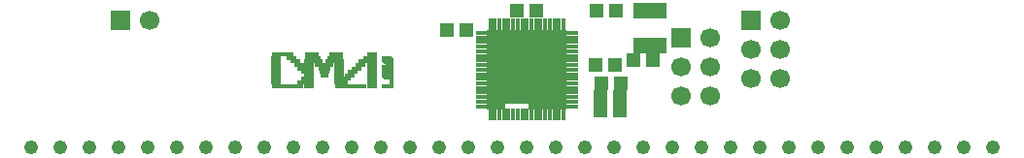
<source format=gbr>
G04 DipTrace 3.0.0.2*
G04 TopMask.gbr*
%MOIN*%
G04 #@! TF.FileFunction,Soldermask,Top*
G04 #@! TF.Part,Single*
%AMOUTLINE1*
4,1,13,
-0.072063,-0.129937,
-0.072063,-0.136717,
-0.136717,-0.136717,
-0.136717,0.136717,
0.136717,0.136717,
0.136717,-0.136717,
0.008063,-0.136717,
0.008063,-0.116262,
0.116262,-0.116262,
0.116262,0.116262,
-0.116262,0.116262,
-0.116262,-0.116262,
-0.072063,-0.116262,
-0.072063,-0.129937,
0*%
%AMOUTLINE4*
4,1,6,
0.018937,-0.015937,
0.018937,0.015937,
0.005063,0.015937,
0.005063,-0.002063,
-0.018937,-0.002063,
-0.018937,-0.015937,
0.018937,-0.015937,
0*%
%AMOUTLINE7*
4,1,7,
0.018937,-0.012937,
0.018937,0.000937,
0.018937,0.012937,
-0.018937,0.012937,
-0.018937,-0.004631,
-0.010631,-0.012937,
-0.003,-0.012937,
0.018937,-0.012937,
0*%
%AMOUTLINE10*
4,1,8,
0.018937,-0.015937,
0.018937,0.015937,
-0.006937,0.015937,
-0.006937,0.009937,
-0.018937,0.009937,
-0.018937,-0.015937,
-0.005063,-0.015937,
0.006937,-0.015937,
0.018937,-0.015937,
0*%
%AMOUTLINE13*
4,1,8,
0.018937,-0.012937,
0.018937,0.004631,
0.010631,0.012937,
-0.006937,0.012937,
-0.018937,0.012937,
-0.018937,-0.004631,
-0.010631,-0.012937,
0.006937,-0.012937,
0.018937,-0.012937,
0*%
%ADD54R,0.013874X0.013874*%
%ADD56R,0.025874X0.013874*%
%ADD58R,0.043874X0.013874*%
%ADD60R,0.049874X0.013874*%
%ADD62R,0.055874X0.013874*%
%ADD64R,0.073874X0.013874*%
%ADD66R,0.031874X0.013874*%
%ADD68R,0.109874X0.013874*%
%ADD70C,0.066929*%
%ADD72R,0.066929X0.066929*%
%ADD74R,0.114173X0.05315*%
%ADD76R,0.051181X0.047244*%
%ADD78R,0.23622X0.23622*%
%ADD80R,0.041339X0.015748*%
%ADD82R,0.015748X0.041339*%
%ADD84C,0.047874*%
%ADD88OUTLINE1*%
%ADD91OUTLINE4*%
%ADD94OUTLINE7*%
%ADD97OUTLINE10*%
%ADD100OUTLINE13*%
%FSLAX26Y26*%
G04*
G70*
G90*
G75*
G01*
G04 TopMask*
%LPD*%
D84*
X3739701Y445701D3*
X3639701D3*
X3539701D3*
X3439701D3*
X3339701D3*
X3239701D3*
X3139701D3*
X3039701D3*
X2939701D3*
X2839701D3*
X2739701D3*
X2639701D3*
X2539701D3*
X2439701D3*
X2339701D3*
X2239701D3*
X2139701D3*
X2039701D3*
X1939701D3*
X1839701D3*
X1739701D3*
X1639701D3*
X1539701D3*
X1439701D3*
X1339701D3*
X1239701D3*
X1139701D3*
X1039701D3*
X939701D3*
X839701D3*
X739701D3*
X639701D3*
X539701D3*
X439701D3*
D82*
X2013717Y557160D3*
X2029465D3*
X2045213D3*
X2060961D3*
X2076709D3*
X2092457D3*
X2108205D3*
X2123953D3*
X2139701D3*
X2155449D3*
X2171197D3*
X2186945D3*
X2202693D3*
X2218441D3*
X2234189D3*
X2249937D3*
X2265685D3*
D80*
X2295213Y586688D3*
Y602436D3*
Y618184D3*
Y633932D3*
Y649680D3*
Y665428D3*
Y681176D3*
Y696924D3*
Y712672D3*
Y728420D3*
Y744168D3*
Y759916D3*
Y775664D3*
Y791412D3*
Y807160D3*
Y822908D3*
Y838656D3*
D82*
X2265685Y868184D3*
X2249937D3*
X2234189D3*
X2218441D3*
X2202693D3*
X2186945D3*
X2171197D3*
X2155449D3*
X2139701D3*
X2123953D3*
X2108205D3*
X2092457D3*
X2076709D3*
X2060961D3*
X2045213D3*
X2029465D3*
X2013717D3*
D80*
X1984189Y838656D3*
Y822908D3*
Y807160D3*
Y791412D3*
Y775664D3*
Y759916D3*
Y744168D3*
Y728420D3*
Y712672D3*
Y696924D3*
Y681176D3*
Y665428D3*
Y649680D3*
Y633932D3*
Y618184D3*
Y602436D3*
Y586688D3*
D78*
X2139701Y712672D3*
D88*
D3*
D76*
X2106701Y915672D3*
X2173630D3*
X2441701Y728672D3*
X2374772D3*
X2459701Y618672D3*
X2392772D3*
X2460701Y664672D3*
X2393772D3*
X1866701Y849672D3*
X1933630D3*
X2379701Y916672D3*
X2446630D3*
X2506701Y746672D3*
X2573630D3*
D74*
X2561701Y795672D3*
Y913782D3*
D72*
X2907701Y882672D3*
D70*
X3007701D3*
X2907701Y782672D3*
X3007701D3*
X2907701Y682672D3*
X3007701D3*
D72*
X2667701Y822672D3*
D70*
X2767701D3*
X2667701Y722672D3*
X2767701D3*
X2667701Y622672D3*
X2767701D3*
D72*
X745701Y882701D3*
D70*
X845701D3*
D76*
X2392701Y572672D3*
X2459630D3*
D68*
X1318701Y656701D3*
D66*
X1279701Y668701D3*
Y704701D3*
Y716701D3*
Y680701D3*
Y692701D3*
Y728701D3*
Y740701D3*
X1345701D3*
X1357701Y728701D3*
X1279701Y752701D3*
D64*
X1300701Y764701D3*
D66*
X1369701Y716701D3*
X1381701Y704701D3*
X1393701Y692701D3*
X1381701Y680701D3*
X1369701Y668701D3*
X1393701Y656701D3*
Y728701D3*
Y740701D3*
D62*
X1405701Y752701D3*
D60*
X1402701Y764701D3*
D66*
X1423701Y740701D3*
X1429701Y728701D3*
D58*
X1444701Y716701D3*
D66*
X1495701Y728701D3*
Y740701D3*
D60*
X1486701Y764701D3*
D62*
X1483701Y752701D3*
D66*
X1444701Y704701D3*
X1459701Y728701D3*
X1465701Y740701D3*
D56*
X1444701Y692701D3*
D66*
X1519701Y680701D3*
X1531701Y692701D3*
X1543701Y704701D3*
X1555701Y716701D3*
D68*
X1534701Y656701D3*
D66*
X1507701Y668701D3*
X1609701Y656701D3*
Y668701D3*
Y704701D3*
Y716701D3*
Y680701D3*
Y692701D3*
Y728701D3*
Y740701D3*
X1495701Y716701D3*
X1609701Y764701D3*
X1579701Y740701D3*
X1567701Y728701D3*
D60*
X1600701Y752701D3*
D66*
X1495701Y704701D3*
Y692701D3*
D56*
X1492701Y680701D3*
D54*
X1486701Y668701D3*
D66*
X1333701Y752701D3*
D54*
X1402701Y680701D3*
D56*
X1396701Y668701D3*
Y716701D3*
D54*
X1402701Y704701D3*
D91*
X1660701Y665701D3*
D94*
Y692701D3*
D97*
Y719701D3*
D100*
Y746701D3*
M02*

</source>
